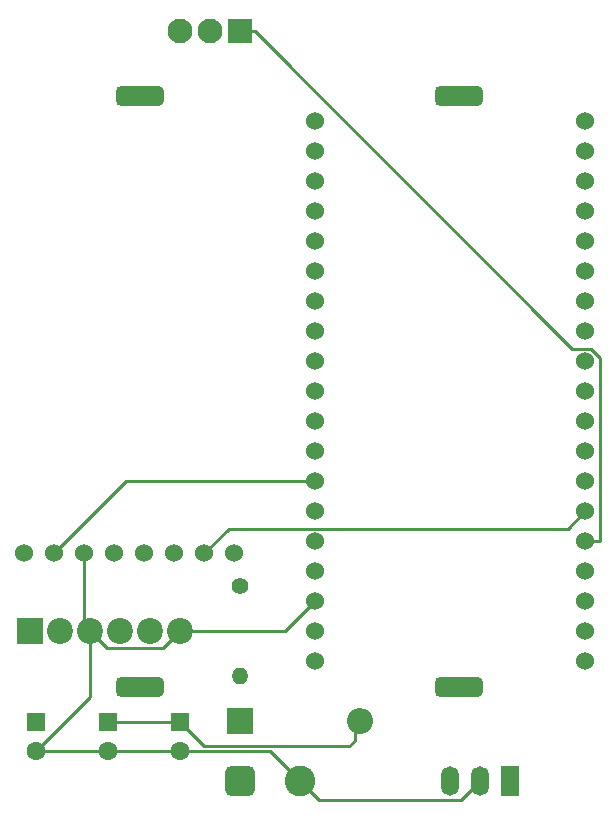
<source format=gbr>
%TF.GenerationSoftware,KiCad,Pcbnew,7.0.1-0*%
%TF.CreationDate,2023-04-24T12:32:45-04:00*%
%TF.ProjectId,tempLogger_clientPCB,74656d70-4c6f-4676-9765-725f636c6965,rev?*%
%TF.SameCoordinates,Original*%
%TF.FileFunction,Copper,L2,Bot*%
%TF.FilePolarity,Positive*%
%FSLAX46Y46*%
G04 Gerber Fmt 4.6, Leading zero omitted, Abs format (unit mm)*
G04 Created by KiCad (PCBNEW 7.0.1-0) date 2023-04-24 12:32:45*
%MOMM*%
%LPD*%
G01*
G04 APERTURE LIST*
G04 Aperture macros list*
%AMRoundRect*
0 Rectangle with rounded corners*
0 $1 Rounding radius*
0 $2 $3 $4 $5 $6 $7 $8 $9 X,Y pos of 4 corners*
0 Add a 4 corners polygon primitive as box body*
4,1,4,$2,$3,$4,$5,$6,$7,$8,$9,$2,$3,0*
0 Add four circle primitives for the rounded corners*
1,1,$1+$1,$2,$3*
1,1,$1+$1,$4,$5*
1,1,$1+$1,$6,$7*
1,1,$1+$1,$8,$9*
0 Add four rect primitives between the rounded corners*
20,1,$1+$1,$2,$3,$4,$5,0*
20,1,$1+$1,$4,$5,$6,$7,0*
20,1,$1+$1,$6,$7,$8,$9,0*
20,1,$1+$1,$8,$9,$2,$3,0*%
G04 Aperture macros list end*
%TA.AperFunction,ComponentPad*%
%ADD10R,1.600000X1.600000*%
%TD*%
%TA.AperFunction,ComponentPad*%
%ADD11C,1.600000*%
%TD*%
%TA.AperFunction,ComponentPad*%
%ADD12R,1.500000X2.500000*%
%TD*%
%TA.AperFunction,ComponentPad*%
%ADD13O,1.500000X2.500000*%
%TD*%
%TA.AperFunction,ComponentPad*%
%ADD14R,2.200000X2.200000*%
%TD*%
%TA.AperFunction,ComponentPad*%
%ADD15O,2.200000X2.200000*%
%TD*%
%TA.AperFunction,ComponentPad*%
%ADD16C,2.200000*%
%TD*%
%TA.AperFunction,ComponentPad*%
%ADD17C,2.100000*%
%TD*%
%TA.AperFunction,ComponentPad*%
%ADD18R,2.100000X2.100000*%
%TD*%
%TA.AperFunction,ComponentPad*%
%ADD19C,1.524000*%
%TD*%
%TA.AperFunction,ComponentPad*%
%ADD20C,1.400000*%
%TD*%
%TA.AperFunction,ComponentPad*%
%ADD21O,1.400000X1.400000*%
%TD*%
%TA.AperFunction,ComponentPad*%
%ADD22C,2.600000*%
%TD*%
%TA.AperFunction,ComponentPad*%
%ADD23RoundRect,0.650000X-0.650000X-0.650000X0.650000X-0.650000X0.650000X0.650000X-0.650000X0.650000X0*%
%TD*%
%TA.AperFunction,ComponentPad*%
%ADD24RoundRect,0.418500X-1.612500X-0.418500X1.612500X-0.418500X1.612500X0.418500X-1.612500X0.418500X0*%
%TD*%
%TA.AperFunction,ComponentPad*%
%ADD25RoundRect,0.418500X1.612500X0.418500X-1.612500X0.418500X-1.612500X-0.418500X1.612500X-0.418500X0*%
%TD*%
%TA.AperFunction,Conductor*%
%ADD26C,0.250000*%
%TD*%
G04 APERTURE END LIST*
D10*
%TO.P,C3,1*%
%TO.N,Net-(D1-A)*%
X119380000Y-119420000D03*
D11*
%TO.P,C3,2*%
%TO.N,/GND*%
X119380000Y-121920000D03*
%TD*%
D10*
%TO.P,C2,1*%
%TO.N,Net-(D1-A)*%
X113270000Y-119420000D03*
D11*
%TO.P,C2,2*%
%TO.N,/GND*%
X113270000Y-121920000D03*
%TD*%
D10*
%TO.P,C1,1*%
%TO.N,Net-(BT2-+)*%
X107160000Y-119420000D03*
D11*
%TO.P,C1,2*%
%TO.N,/GND*%
X107160000Y-121920000D03*
%TD*%
D12*
%TO.P,U1,1,Vin*%
%TO.N,Net-(BT2-+)*%
X147320000Y-124460000D03*
D13*
%TO.P,U1,2,GND*%
%TO.N,/GND*%
X144780000Y-124460000D03*
%TO.P,U1,3,Vout*%
%TO.N,Net-(D1-A)*%
X142240000Y-124460000D03*
%TD*%
D14*
%TO.P,D1,1,K*%
%TO.N,Net-(D1-K)*%
X124460000Y-119380000D03*
D15*
%TO.P,D1,2,A*%
%TO.N,Net-(D1-A)*%
X134620000Y-119380000D03*
%TD*%
D14*
%TO.P,DS18B20,1,Pin_1*%
%TO.N,Net-(DS18B20-Pin_1)*%
X106680000Y-111760000D03*
D16*
%TO.P,DS18B20,2,Pin_2*%
%TO.N,Net-(DS18B20-Pin_2)*%
X109220000Y-111760000D03*
%TO.P,DS18B20,3,Pin_3*%
%TO.N,/GND*%
X111760000Y-111760000D03*
%TO.P,DS18B20,4,Pin_4*%
%TO.N,Net-(DS18B20-Pin_1)*%
X114300000Y-111760000D03*
%TO.P,DS18B20,5,Pin_5*%
%TO.N,Net-(DS18B20-Pin_2)*%
X116840000Y-111760000D03*
%TO.P,DS18B20,6,Pin_6*%
%TO.N,/GND*%
X119380000Y-111760000D03*
%TD*%
D17*
%TO.P,SnowPinger1,3,Pin_3*%
%TO.N,/GND*%
X119380000Y-60960000D03*
%TO.P,SnowPinger1,2,Pin_2*%
%TO.N,Net-(MCU1-SERIAL1_RX)*%
X121920000Y-60960000D03*
D18*
%TO.P,SnowPinger1,1,Pin_1*%
%TO.N,Net-(MCU1-D11)*%
X124460000Y-60960000D03*
%TD*%
D19*
%TO.P,MCU1,0,SERIAL1_RX*%
%TO.N,Net-(MCU1-SERIAL1_RX)*%
X153700000Y-76200000D03*
%TO.P,MCU1,1,SERIAL1_TX*%
%TO.N,unconnected-(MCU1-SERIAL1_TX-Pad1)*%
X153700000Y-78740000D03*
%TO.P,MCU1,2,D2*%
%TO.N,unconnected-(MCU1-D2-Pad2)*%
X153700000Y-81280000D03*
%TO.P,MCU1,3,D3*%
%TO.N,unconnected-(MCU1-D3-Pad3)*%
X153700000Y-83820000D03*
%TO.P,MCU1,3V3,3V3*%
%TO.N,/3V3*%
X130840000Y-99060000D03*
%TO.P,MCU1,4,D4*%
%TO.N,unconnected-(MCU1-D4-Pad4)*%
X153700000Y-86360000D03*
%TO.P,MCU1,5,D5*%
%TO.N,unconnected-(MCU1-D5-Pad5)*%
X153700000Y-88900000D03*
%TO.P,MCU1,5V,5V*%
%TO.N,unconnected-(MCU1-Pad5V)*%
X130840000Y-104140000D03*
%TO.P,MCU1,6,D6*%
%TO.N,unconnected-(MCU1-D6-Pad6)*%
X153700000Y-91440000D03*
%TO.P,MCU1,7,D7*%
%TO.N,Net-(DS18B20-Pin_2)*%
X153700000Y-93980000D03*
%TO.P,MCU1,8,D8*%
%TO.N,Net-(DS18B20-Pin_1)*%
X153700000Y-96520000D03*
%TO.P,MCU1,9,D9*%
%TO.N,unconnected-(MCU1-D9-Pad9)*%
X153700000Y-99060000D03*
%TO.P,MCU1,10,D10*%
%TO.N,/sd_cs*%
X153700000Y-101600000D03*
%TO.P,MCU1,11,D11*%
%TO.N,Net-(MCU1-D11)*%
X153700000Y-104140000D03*
%TO.P,MCU1,12,D12*%
%TO.N,unconnected-(MCU1-D12-Pad12)*%
X153700000Y-106680000D03*
%TO.P,MCU1,13,LED*%
%TO.N,unconnected-(MCU1-LED-Pad13)*%
X153700000Y-109220000D03*
%TO.P,MCU1,14,A0*%
%TO.N,unconnected-(MCU1-A0-Pad14)*%
X130840000Y-73660000D03*
%TO.P,MCU1,15,A1*%
%TO.N,unconnected-(MCU1-A1-Pad15)*%
X130840000Y-76200000D03*
%TO.P,MCU1,16,A2*%
%TO.N,unconnected-(MCU1-A2-Pad16)*%
X130840000Y-78740000D03*
%TO.P,MCU1,17,A3*%
%TO.N,unconnected-(MCU1-A3-Pad17)*%
X130840000Y-81280000D03*
%TO.P,MCU1,18,A4*%
%TO.N,unconnected-(MCU1-A4-Pad18)*%
X130840000Y-83820000D03*
%TO.P,MCU1,19,A5*%
%TO.N,unconnected-(MCU1-A5-Pad19)*%
X130840000Y-86360000D03*
%TO.P,MCU1,20,SDA*%
%TO.N,unconnected-(MCU1-SDA-Pad20)*%
X153700000Y-114300000D03*
%TO.P,MCU1,21,SCL*%
%TO.N,unconnected-(MCU1-SCL-Pad21)*%
X153700000Y-111760000D03*
%TO.P,MCU1,22,MISO*%
%TO.N,Net-(MCU1-MISO)*%
X130840000Y-93980000D03*
%TO.P,MCU1,23,MOSI*%
%TO.N,Net-(MCU1-MOSI)*%
X130840000Y-88900000D03*
%TO.P,MCU1,24,SCK*%
%TO.N,Net-(MCU1-SCK)*%
X130840000Y-91440000D03*
%TO.P,MCU1,30,SERIAL0_TX*%
%TO.N,unconnected-(MCU1-SERIAL0_TX-Pad30)*%
X153700000Y-73660000D03*
%TO.P,MCU1,31,SERIAL0_RX*%
%TO.N,unconnected-(MCU1-SERIAL0_RX-Pad31)*%
X153700000Y-71120000D03*
%TO.P,MCU1,38,ATN*%
%TO.N,unconnected-(MCU1-ATN-Pad38)*%
X130840000Y-96520000D03*
%TO.P,MCU1,AREF,AREF*%
%TO.N,unconnected-(MCU1-PadAREF)*%
X130840000Y-71120000D03*
%TO.P,MCU1,BAT,BAT*%
%TO.N,unconnected-(MCU1-PadBAT)*%
X130840000Y-111760000D03*
%TO.P,MCU1,GND,GND*%
%TO.N,/GND*%
X130840000Y-68580000D03*
X130840000Y-109220000D03*
X130840000Y-114300000D03*
%TO.P,MCU1,RST,RST*%
%TO.N,unconnected-(MCU1-PadRST)*%
X153700000Y-68580000D03*
%TO.P,MCU1,VBUS,VBUS*%
%TO.N,unconnected-(MCU1-PadVBUS)*%
X130840000Y-101600000D03*
%TO.P,MCU1,VIN,VIN*%
%TO.N,unconnected-(MCU1-PadVIN)*%
X130840000Y-106680000D03*
%TD*%
%TO.P,\u00B5SD1,8,5V*%
%TO.N,unconnected-(\u00B5SD1-5V-Pad8)*%
X106150000Y-105156000D03*
%TO.P,\u00B5SD1,7,3V3*%
%TO.N,/3V3*%
X108690000Y-105156000D03*
%TO.P,\u00B5SD1,6,GND*%
%TO.N,/GND*%
X111230000Y-105156000D03*
%TO.P,\u00B5SD1,5,CLK*%
%TO.N,Net-(MCU1-SCK)*%
X113770000Y-105156000D03*
%TO.P,\u00B5SD1,4,DO*%
%TO.N,Net-(MCU1-MISO)*%
X116310000Y-105156000D03*
%TO.P,\u00B5SD1,3,DI*%
%TO.N,Net-(MCU1-MOSI)*%
X118850000Y-105156000D03*
%TO.P,\u00B5SD1,2,CS*%
%TO.N,/sd_cs*%
X121390000Y-105156000D03*
%TO.P,\u00B5SD1,1,CD*%
%TO.N,unconnected-(\u00B5SD1-CD-Pad1)*%
X123930000Y-105156000D03*
%TD*%
D20*
%TO.P,R1,1*%
%TO.N,Net-(DS18B20-Pin_1)*%
X124460000Y-107950000D03*
D21*
%TO.P,R1,2*%
%TO.N,Net-(DS18B20-Pin_2)*%
X124460000Y-115570000D03*
%TD*%
D22*
%TO.P,JST1,2,Pin_2*%
%TO.N,/GND*%
X129540000Y-124460000D03*
D23*
%TO.P,JST1,1,Pin_1*%
%TO.N,Net-(D1-K)*%
X124460000Y-124460000D03*
%TD*%
D24*
%TO.P,BT1,2,-*%
%TO.N,/GND*%
X143040000Y-66440000D03*
%TO.P,BT1,1,+*%
%TO.N,Net-(BT1-+)*%
X143040000Y-116440000D03*
%TD*%
D25*
%TO.P,BT2,2,-*%
%TO.N,Net-(BT1-+)*%
X116040000Y-116440000D03*
%TO.P,BT2,1,+*%
%TO.N,Net-(BT2-+)*%
X116040000Y-66440000D03*
%TD*%
D26*
%TO.N,/GND*%
X119380000Y-111760000D02*
X117955000Y-113185000D01*
X113185000Y-113185000D02*
X111760000Y-111760000D01*
X111230000Y-105156000D02*
X111230000Y-111230000D01*
X111230000Y-111230000D02*
X111760000Y-111760000D01*
X111760000Y-117320000D02*
X111760000Y-111760000D01*
X107160000Y-121920000D02*
X111760000Y-117320000D01*
%TO.N,Net-(D1-A)*%
X121430000Y-121470000D02*
X133720000Y-121470000D01*
%TO.N,/GND*%
X144780000Y-124460000D02*
X143205000Y-126035000D01*
X143205000Y-126035000D02*
X131115000Y-126035000D01*
X131115000Y-126035000D02*
X129540000Y-124460000D01*
%TO.N,Net-(D1-A)*%
X119380000Y-119420000D02*
X121430000Y-121470000D01*
X133720000Y-121470000D02*
X134170000Y-121020000D01*
X134170000Y-121020000D02*
X134170000Y-119380000D01*
X113270000Y-119420000D02*
X119380000Y-119420000D01*
%TO.N,/GND*%
X113270000Y-121920000D02*
X127000000Y-121920000D01*
X127000000Y-121920000D02*
X129540000Y-124460000D01*
X113270000Y-121920000D02*
X119380000Y-121920000D01*
X107160000Y-121920000D02*
X113270000Y-121920000D01*
X128300000Y-111760000D02*
X119380000Y-111760000D01*
X130840000Y-109220000D02*
X128300000Y-111760000D01*
X113185000Y-113185000D02*
X117955000Y-113185000D01*
%TO.N,/3V3*%
X108690000Y-105156000D02*
X114786000Y-99060000D01*
X114786000Y-99060000D02*
X130840000Y-99060000D01*
%TO.N,/sd_cs*%
X152247000Y-103053000D02*
X153700000Y-101600000D01*
X123493000Y-103053000D02*
X152247000Y-103053000D01*
X121390000Y-105156000D02*
X123493000Y-103053000D01*
%TO.N,Net-(MCU1-D11)*%
X124460000Y-60960000D02*
X125760000Y-60960000D01*
X125760000Y-60960000D02*
X152613000Y-87813000D01*
X154940000Y-88602749D02*
X154940000Y-104140000D01*
X154940000Y-104140000D02*
X153700000Y-104140000D01*
X154150251Y-87813000D02*
X154940000Y-88602749D01*
X152613000Y-87813000D02*
X154150251Y-87813000D01*
%TD*%
M02*

</source>
